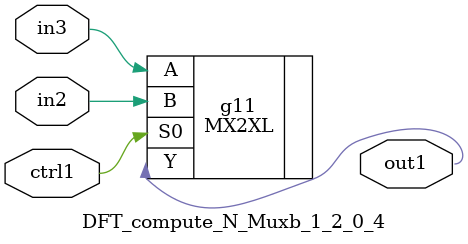
<source format=v>
`timescale 1ps / 1ps


module DFT_compute_N_Muxb_1_2_0_4(in3, in2, ctrl1, out1);
  input in3, in2, ctrl1;
  output out1;
  wire in3, in2, ctrl1;
  wire out1;
  MX2XL g11(.A (in3), .B (in2), .S0 (ctrl1), .Y (out1));
endmodule



</source>
